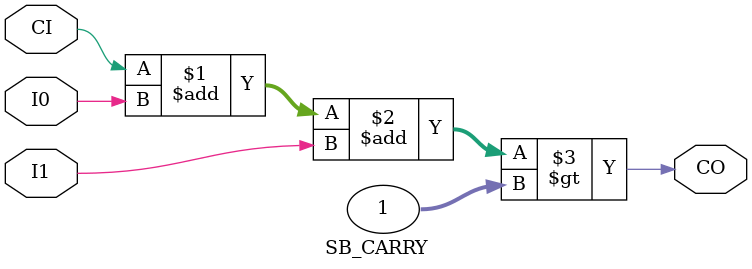
<source format=v>
`default_nettype none

module SB_LUT4
  #(parameter
    [15:0] LUT_INIT = 16'h0000
    )
(
 output O,
 input I0,
 input I1,
 input I2,
 input I3
 );

assign O = LUT_INIT[{I3,I2,I1,I0}];

endmodule


module SB_CARRY
  (
   output CO,
   input CI,
   input I0,
   input I1
   );

assign CO = CI + I0 + I1 > 1;

endmodule

</source>
